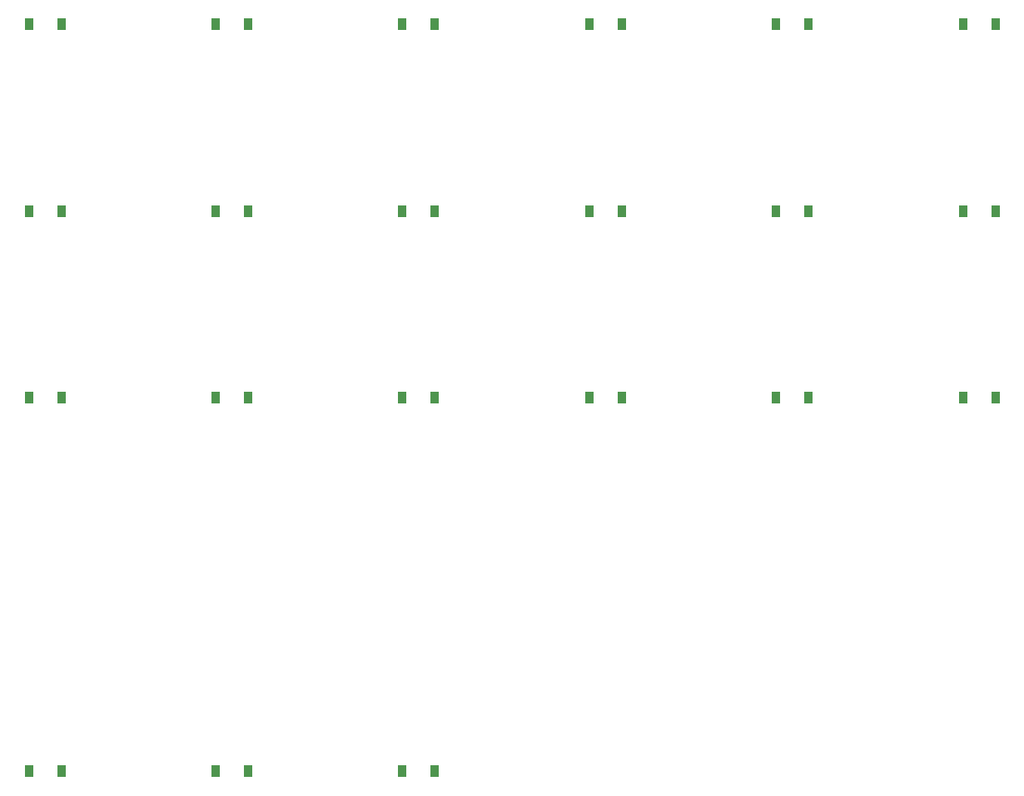
<source format=gbr>
%TF.GenerationSoftware,KiCad,Pcbnew,9.0.4*%
%TF.CreationDate,2025-09-30T09:08:11+02:00*%
%TF.ProjectId,right,72696768-742e-46b6-9963-61645f706362,v1.0.0*%
%TF.SameCoordinates,Original*%
%TF.FileFunction,Paste,Top*%
%TF.FilePolarity,Positive*%
%FSLAX46Y46*%
G04 Gerber Fmt 4.6, Leading zero omitted, Abs format (unit mm)*
G04 Created by KiCad (PCBNEW 9.0.4) date 2025-09-30 09:08:11*
%MOMM*%
%LPD*%
G01*
G04 APERTURE LIST*
%ADD10R,0.900000X1.200000*%
G04 APERTURE END LIST*
D10*
%TO.C,D1*%
X100350000Y-155000000D03*
X103650000Y-155000000D03*
%TD*%
%TO.C,D2*%
X100350000Y-117000000D03*
X103650000Y-117000000D03*
%TD*%
%TO.C,D3*%
X100350000Y-98000000D03*
X103650000Y-98000000D03*
%TD*%
%TO.C,D4*%
X100350000Y-79000000D03*
X103650000Y-79000000D03*
%TD*%
%TO.C,D5*%
X119350000Y-155000000D03*
X122650000Y-155000000D03*
%TD*%
%TO.C,D6*%
X119350000Y-117000000D03*
X122650000Y-117000000D03*
%TD*%
%TO.C,D7*%
X119350000Y-98000000D03*
X122650000Y-98000000D03*
%TD*%
%TO.C,D8*%
X119350000Y-79000000D03*
X122650000Y-79000000D03*
%TD*%
%TO.C,D9*%
X138350000Y-155000000D03*
X141650000Y-155000000D03*
%TD*%
%TO.C,D10*%
X138350000Y-117000000D03*
X141650000Y-117000000D03*
%TD*%
%TO.C,D11*%
X138350000Y-98000000D03*
X141650000Y-98000000D03*
%TD*%
%TO.C,D12*%
X138350000Y-79000000D03*
X141650000Y-79000000D03*
%TD*%
%TO.C,D13*%
X157350000Y-117000000D03*
X160650000Y-117000000D03*
%TD*%
%TO.C,D14*%
X157350000Y-98000000D03*
X160650000Y-98000000D03*
%TD*%
%TO.C,D15*%
X157350000Y-79000000D03*
X160650000Y-79000000D03*
%TD*%
%TO.C,D16*%
X176350000Y-117000000D03*
X179650000Y-117000000D03*
%TD*%
%TO.C,D17*%
X176350000Y-98000000D03*
X179650000Y-98000000D03*
%TD*%
%TO.C,D18*%
X176350000Y-79000000D03*
X179650000Y-79000000D03*
%TD*%
%TO.C,D19*%
X195350000Y-117000000D03*
X198650000Y-117000000D03*
%TD*%
%TO.C,D20*%
X195350000Y-98000000D03*
X198650000Y-98000000D03*
%TD*%
%TO.C,D21*%
X195350000Y-79000000D03*
X198650000Y-79000000D03*
%TD*%
M02*

</source>
